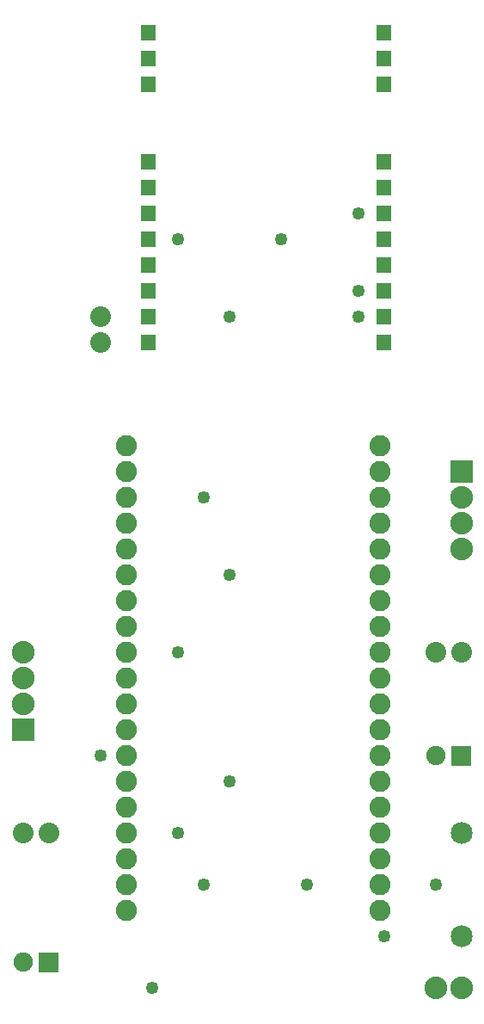
<source format=gts>
G04 MADE WITH FRITZING*
G04 WWW.FRITZING.ORG*
G04 DOUBLE SIDED*
G04 HOLES PLATED*
G04 CONTOUR ON CENTER OF CONTOUR VECTOR*
%ASAXBY*%
%FSLAX23Y23*%
%MOIN*%
%OFA0B0*%
%SFA1.0B1.0*%
%ADD10C,0.088000*%
%ADD11C,0.081824*%
%ADD12C,0.080000*%
%ADD13C,0.075000*%
%ADD14C,0.085000*%
%ADD15C,0.049370*%
%ADD16R,0.088000X0.088000*%
%ADD17C,0.030000*%
%ADD18C,0.010000*%
%ADD19R,0.001000X0.001000*%
%LNMASK1*%
G90*
G70*
G54D10*
X130Y1202D03*
X130Y1302D03*
X130Y1402D03*
X130Y1502D03*
G54D11*
X530Y2302D03*
X530Y2202D03*
X530Y2102D03*
X530Y2002D03*
X530Y1903D03*
X530Y1802D03*
X530Y1702D03*
X530Y1603D03*
X530Y1502D03*
X530Y1403D03*
X530Y1303D03*
X530Y1202D03*
X530Y1103D03*
X530Y1002D03*
X530Y903D03*
X530Y803D03*
X530Y703D03*
X530Y603D03*
X530Y503D03*
X1516Y503D03*
X1516Y603D03*
X1516Y703D03*
X1516Y803D03*
X1516Y903D03*
X1516Y1002D03*
X1516Y1103D03*
X1516Y1202D03*
X1516Y1303D03*
X1516Y1403D03*
X1516Y1502D03*
X1516Y1603D03*
X1516Y1702D03*
X1516Y1802D03*
X1516Y1903D03*
X1516Y2002D03*
X1516Y2102D03*
X1516Y2202D03*
X1516Y2302D03*
G54D12*
X1730Y1502D03*
X1831Y1502D03*
X230Y802D03*
X130Y802D03*
X430Y2702D03*
X430Y2802D03*
G54D10*
X1830Y202D03*
X1730Y202D03*
X1830Y2202D03*
X1830Y2102D03*
X1830Y2002D03*
X1830Y1902D03*
G54D13*
X130Y302D03*
X230Y302D03*
X130Y302D03*
X230Y302D03*
X1730Y1102D03*
X1830Y1102D03*
X1730Y1102D03*
X1830Y1102D03*
G54D14*
X1830Y802D03*
X1830Y402D03*
G54D15*
X1430Y3202D03*
X1430Y2902D03*
X1430Y2802D03*
X1130Y3102D03*
X930Y2802D03*
X730Y3102D03*
X430Y1102D03*
X730Y1502D03*
X1530Y402D03*
X830Y2102D03*
X930Y1802D03*
X930Y1002D03*
X830Y602D03*
X730Y802D03*
X1730Y602D03*
X1230Y602D03*
X630Y202D03*
G54D16*
X130Y1202D03*
X1830Y2202D03*
G54D17*
G36*
X1859Y173D02*
X1801Y173D01*
X1801Y231D01*
X1859Y231D01*
X1859Y173D01*
G37*
D02*
G54D18*
G36*
X646Y3932D02*
X646Y3873D01*
X587Y3873D01*
X587Y3932D01*
G37*
D02*
G36*
X646Y3832D02*
X646Y3773D01*
X587Y3773D01*
X587Y3832D01*
G37*
D02*
G36*
X646Y3732D02*
X646Y3673D01*
X587Y3673D01*
X587Y3732D01*
G37*
D02*
G36*
X646Y3433D02*
X646Y3374D01*
X587Y3374D01*
X587Y3433D01*
G37*
D02*
G36*
X646Y3333D02*
X646Y3274D01*
X587Y3274D01*
X587Y3333D01*
G37*
D02*
G36*
X646Y3233D02*
X646Y3174D01*
X587Y3174D01*
X587Y3233D01*
G37*
D02*
G36*
X646Y3133D02*
X646Y3074D01*
X587Y3074D01*
X587Y3133D01*
G37*
D02*
G36*
X646Y3033D02*
X646Y2974D01*
X587Y2974D01*
X587Y3033D01*
G37*
D02*
G36*
X646Y2933D02*
X646Y2874D01*
X587Y2874D01*
X587Y2933D01*
G37*
D02*
G36*
X646Y2833D02*
X646Y2774D01*
X587Y2774D01*
X587Y2833D01*
G37*
D02*
G36*
X646Y2733D02*
X646Y2674D01*
X587Y2674D01*
X587Y2733D01*
G37*
D02*
G36*
X1559Y2733D02*
X1559Y2674D01*
X1500Y2674D01*
X1500Y2733D01*
G37*
D02*
G36*
X1559Y2833D02*
X1559Y2774D01*
X1500Y2774D01*
X1500Y2833D01*
G37*
D02*
G36*
X1559Y2933D02*
X1559Y2874D01*
X1500Y2874D01*
X1500Y2933D01*
G37*
D02*
G36*
X1559Y3033D02*
X1559Y2974D01*
X1500Y2974D01*
X1500Y3033D01*
G37*
D02*
G36*
X1559Y3133D02*
X1559Y3074D01*
X1500Y3074D01*
X1500Y3133D01*
G37*
D02*
G36*
X1559Y3233D02*
X1559Y3174D01*
X1500Y3174D01*
X1500Y3233D01*
G37*
D02*
G36*
X1559Y3333D02*
X1559Y3274D01*
X1500Y3274D01*
X1500Y3333D01*
G37*
D02*
G36*
X1559Y3433D02*
X1559Y3374D01*
X1500Y3374D01*
X1500Y3433D01*
G37*
D02*
G36*
X1559Y3732D02*
X1559Y3673D01*
X1500Y3673D01*
X1500Y3732D01*
G37*
D02*
G36*
X1559Y3832D02*
X1559Y3773D01*
X1500Y3773D01*
X1500Y3832D01*
G37*
D02*
G36*
X1559Y3932D02*
X1559Y3873D01*
X1500Y3873D01*
X1500Y3932D01*
G37*
D02*
G54D19*
X1792Y1139D02*
X1866Y1139D01*
X1792Y1138D02*
X1866Y1138D01*
X1792Y1137D02*
X1866Y1137D01*
X1792Y1136D02*
X1866Y1136D01*
X1792Y1135D02*
X1866Y1135D01*
X1792Y1134D02*
X1866Y1134D01*
X1792Y1133D02*
X1866Y1133D01*
X1792Y1132D02*
X1866Y1132D01*
X1792Y1131D02*
X1866Y1131D01*
X1792Y1130D02*
X1866Y1130D01*
X1792Y1129D02*
X1866Y1129D01*
X1792Y1128D02*
X1866Y1128D01*
X1792Y1127D02*
X1866Y1127D01*
X1792Y1126D02*
X1866Y1126D01*
X1792Y1125D02*
X1866Y1125D01*
X1792Y1124D02*
X1866Y1124D01*
X1792Y1123D02*
X1866Y1123D01*
X1792Y1122D02*
X1866Y1122D01*
X1792Y1121D02*
X1866Y1121D01*
X1792Y1120D02*
X1866Y1120D01*
X1792Y1119D02*
X1866Y1119D01*
X1792Y1118D02*
X1866Y1118D01*
X1792Y1117D02*
X1866Y1117D01*
X1792Y1116D02*
X1866Y1116D01*
X1792Y1115D02*
X1866Y1115D01*
X1792Y1114D02*
X1866Y1114D01*
X1792Y1113D02*
X1866Y1113D01*
X1792Y1112D02*
X1866Y1112D01*
X1792Y1111D02*
X1827Y1111D01*
X1832Y1111D02*
X1866Y1111D01*
X1792Y1110D02*
X1824Y1110D01*
X1834Y1110D02*
X1866Y1110D01*
X1792Y1109D02*
X1823Y1109D01*
X1836Y1109D02*
X1866Y1109D01*
X1792Y1108D02*
X1822Y1108D01*
X1837Y1108D02*
X1866Y1108D01*
X1792Y1107D02*
X1821Y1107D01*
X1838Y1107D02*
X1866Y1107D01*
X1792Y1106D02*
X1821Y1106D01*
X1838Y1106D02*
X1866Y1106D01*
X1792Y1105D02*
X1820Y1105D01*
X1838Y1105D02*
X1866Y1105D01*
X1792Y1104D02*
X1820Y1104D01*
X1839Y1104D02*
X1866Y1104D01*
X1792Y1103D02*
X1820Y1103D01*
X1839Y1103D02*
X1866Y1103D01*
X1792Y1102D02*
X1820Y1102D01*
X1839Y1102D02*
X1866Y1102D01*
X1792Y1101D02*
X1820Y1101D01*
X1839Y1101D02*
X1866Y1101D01*
X1792Y1100D02*
X1820Y1100D01*
X1838Y1100D02*
X1866Y1100D01*
X1792Y1099D02*
X1821Y1099D01*
X1838Y1099D02*
X1866Y1099D01*
X1792Y1098D02*
X1821Y1098D01*
X1838Y1098D02*
X1866Y1098D01*
X1792Y1097D02*
X1822Y1097D01*
X1837Y1097D02*
X1866Y1097D01*
X1792Y1096D02*
X1823Y1096D01*
X1836Y1096D02*
X1866Y1096D01*
X1792Y1095D02*
X1824Y1095D01*
X1835Y1095D02*
X1866Y1095D01*
X1792Y1094D02*
X1826Y1094D01*
X1832Y1094D02*
X1866Y1094D01*
X1792Y1093D02*
X1866Y1093D01*
X1792Y1092D02*
X1866Y1092D01*
X1792Y1091D02*
X1866Y1091D01*
X1792Y1090D02*
X1866Y1090D01*
X1792Y1089D02*
X1866Y1089D01*
X1792Y1088D02*
X1866Y1088D01*
X1792Y1087D02*
X1866Y1087D01*
X1792Y1086D02*
X1866Y1086D01*
X1792Y1085D02*
X1866Y1085D01*
X1792Y1084D02*
X1866Y1084D01*
X1792Y1083D02*
X1866Y1083D01*
X1792Y1082D02*
X1866Y1082D01*
X1792Y1081D02*
X1866Y1081D01*
X1792Y1080D02*
X1866Y1080D01*
X1792Y1079D02*
X1866Y1079D01*
X1792Y1078D02*
X1866Y1078D01*
X1792Y1077D02*
X1866Y1077D01*
X1792Y1076D02*
X1866Y1076D01*
X1792Y1075D02*
X1866Y1075D01*
X1792Y1074D02*
X1866Y1074D01*
X1792Y1073D02*
X1866Y1073D01*
X1792Y1072D02*
X1866Y1072D01*
X1792Y1071D02*
X1866Y1071D01*
X1792Y1070D02*
X1866Y1070D01*
X1792Y1069D02*
X1866Y1069D01*
X1792Y1068D02*
X1866Y1068D01*
X1792Y1067D02*
X1866Y1067D01*
X1792Y1066D02*
X1866Y1066D01*
X1793Y1065D02*
X1866Y1065D01*
X193Y339D02*
X267Y339D01*
X193Y338D02*
X267Y338D01*
X193Y337D02*
X267Y337D01*
X193Y336D02*
X267Y336D01*
X193Y335D02*
X267Y335D01*
X193Y334D02*
X267Y334D01*
X193Y333D02*
X267Y333D01*
X193Y332D02*
X267Y332D01*
X193Y331D02*
X267Y331D01*
X193Y330D02*
X267Y330D01*
X193Y329D02*
X267Y329D01*
X193Y328D02*
X267Y328D01*
X193Y327D02*
X267Y327D01*
X193Y326D02*
X267Y326D01*
X193Y325D02*
X267Y325D01*
X193Y324D02*
X267Y324D01*
X193Y323D02*
X267Y323D01*
X193Y322D02*
X267Y322D01*
X193Y321D02*
X267Y321D01*
X193Y320D02*
X267Y320D01*
X193Y319D02*
X267Y319D01*
X193Y318D02*
X267Y318D01*
X193Y317D02*
X267Y317D01*
X193Y316D02*
X267Y316D01*
X193Y315D02*
X267Y315D01*
X193Y314D02*
X267Y314D01*
X193Y313D02*
X267Y313D01*
X193Y312D02*
X267Y312D01*
X193Y311D02*
X227Y311D01*
X233Y311D02*
X267Y311D01*
X193Y310D02*
X225Y310D01*
X235Y310D02*
X267Y310D01*
X193Y309D02*
X223Y309D01*
X236Y309D02*
X267Y309D01*
X193Y308D02*
X222Y308D01*
X237Y308D02*
X267Y308D01*
X193Y307D02*
X222Y307D01*
X238Y307D02*
X267Y307D01*
X193Y306D02*
X221Y306D01*
X238Y306D02*
X267Y306D01*
X193Y305D02*
X221Y305D01*
X239Y305D02*
X267Y305D01*
X193Y304D02*
X221Y304D01*
X239Y304D02*
X267Y304D01*
X193Y303D02*
X221Y303D01*
X239Y303D02*
X267Y303D01*
X193Y302D02*
X221Y302D01*
X239Y302D02*
X267Y302D01*
X193Y301D02*
X221Y301D01*
X239Y301D02*
X267Y301D01*
X193Y300D02*
X221Y300D01*
X239Y300D02*
X267Y300D01*
X193Y299D02*
X221Y299D01*
X238Y299D02*
X267Y299D01*
X193Y298D02*
X222Y298D01*
X238Y298D02*
X267Y298D01*
X193Y297D02*
X222Y297D01*
X237Y297D02*
X267Y297D01*
X193Y296D02*
X223Y296D01*
X236Y296D02*
X267Y296D01*
X193Y295D02*
X225Y295D01*
X235Y295D02*
X267Y295D01*
X193Y294D02*
X227Y294D01*
X233Y294D02*
X267Y294D01*
X193Y293D02*
X267Y293D01*
X193Y292D02*
X267Y292D01*
X193Y291D02*
X267Y291D01*
X193Y290D02*
X267Y290D01*
X193Y289D02*
X267Y289D01*
X193Y288D02*
X267Y288D01*
X193Y287D02*
X267Y287D01*
X193Y286D02*
X267Y286D01*
X193Y285D02*
X267Y285D01*
X193Y284D02*
X267Y284D01*
X193Y283D02*
X267Y283D01*
X193Y282D02*
X267Y282D01*
X193Y281D02*
X267Y281D01*
X193Y280D02*
X267Y280D01*
X193Y279D02*
X267Y279D01*
X193Y278D02*
X267Y278D01*
X193Y277D02*
X267Y277D01*
X193Y276D02*
X267Y276D01*
X193Y275D02*
X267Y275D01*
X193Y274D02*
X267Y274D01*
X193Y273D02*
X267Y273D01*
X193Y272D02*
X267Y272D01*
X193Y271D02*
X267Y271D01*
X193Y270D02*
X267Y270D01*
X193Y269D02*
X267Y269D01*
X193Y268D02*
X267Y268D01*
X193Y267D02*
X267Y267D01*
X193Y266D02*
X267Y266D01*
X193Y265D02*
X266Y265D01*
D02*
G04 End of Mask1*
M02*
</source>
